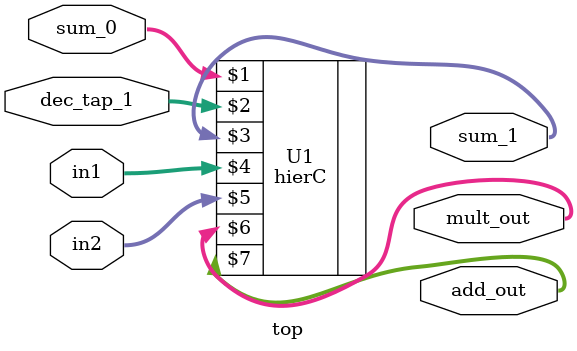
<source format=v>
module top (sum_0, dec_tap_1, sum_1, in1,in2,mult_out,add_out);

input [9:0]  sum_0;
input [9:0]  dec_tap_1;
input [63:0]  in1;
input [63:0]  in2;
output [127:0]  mult_out;
output [63:0]  add_out;
output [9:0]  sum_1;

hierC U1 (sum_0, dec_tap_1, sum_1,in1,in2,mult_out,add_out);

endmodule

</source>
